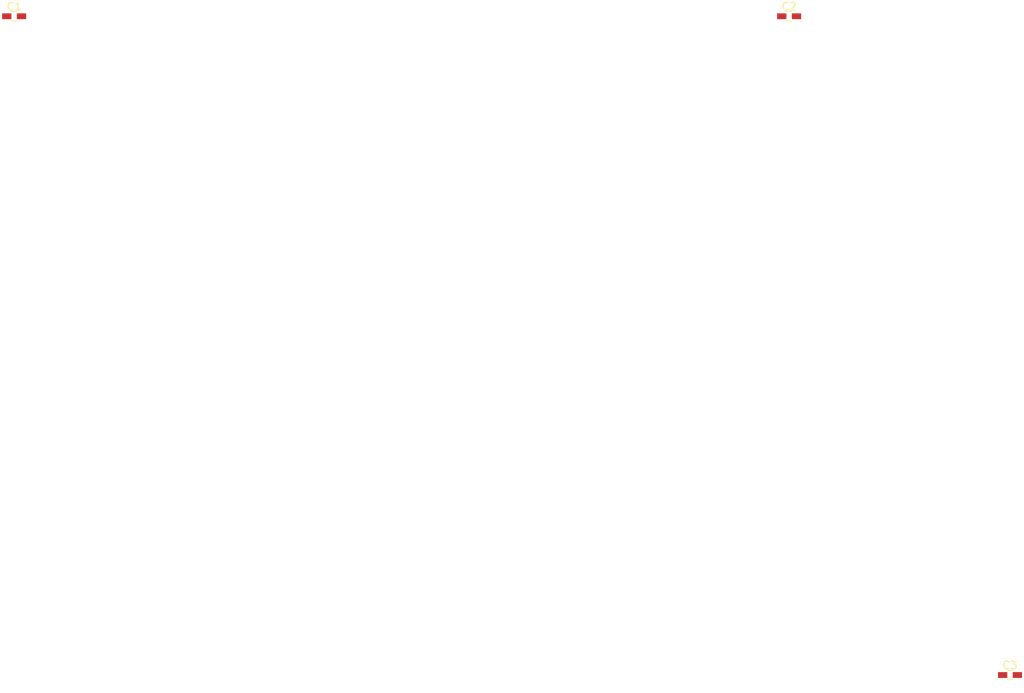
<source format=kicad_pcb>
(kicad_pcb (version 4) (host pcbnew 4.0.7-e2-6376~58~ubuntu16.04.1)

  (general
    (links 0)
    (no_connects 1)
    (area 0 0 0 0)
    (thickness 1.6)
    (drawings 0)
    (tracks 0)
    (zones 0)
    (modules 3)
    (nets 5)
  )

  (page A4)
  (layers
    (0 F.Cu signal)
    (31 B.Cu signal)
    (32 B.Adhes user)
    (33 F.Adhes user)
    (34 B.Paste user)
    (35 F.Paste user)
    (36 B.SilkS user)
    (37 F.SilkS user)
    (38 B.Mask user)
    (39 F.Mask user)
    (40 Dwgs.User user)
    (41 Cmts.User user)
    (42 Eco1.User user)
    (43 Eco2.User user)
    (44 Edge.Cuts user)
    (45 Margin user)
    (46 B.CrtYd user)
    (47 F.CrtYd user)
    (48 B.Fab user)
    (49 F.Fab user)
  )

  (setup
    (last_trace_width 0.25)
    (trace_clearance 0.2)
    (zone_clearance 0.508)
    (zone_45_only no)
    (trace_min 0.2)
    (segment_width 0.2)
    (edge_width 0.15)
    (via_size 0.6)
    (via_drill 0.4)
    (via_min_size 0.4)
    (via_min_drill 0.3)
    (uvia_size 0.3)
    (uvia_drill 0.1)
    (uvias_allowed no)
    (uvia_min_size 0.2)
    (uvia_min_drill 0.1)
    (pcb_text_width 0.3)
    (pcb_text_size 1.5 1.5)
    (mod_edge_width 0.15)
    (mod_text_size 1 1)
    (mod_text_width 0.15)
    (pad_size 1.524 1.524)
    (pad_drill 0.762)
    (pad_to_mask_clearance 0.2)
    (aux_axis_origin 0 0)
    (visible_elements FFFFFF7F)
    (pcbplotparams
      (layerselection 0x00030_80000001)
      (usegerberextensions false)
      (excludeedgelayer true)
      (linewidth 0.100000)
      (plotframeref false)
      (viasonmask false)
      (mode 1)
      (useauxorigin false)
      (hpglpennumber 1)
      (hpglpenspeed 20)
      (hpglpendiameter 15)
      (hpglpenoverlay 2)
      (psnegative false)
      (psa4output false)
      (plotreference true)
      (plotvalue true)
      (plotinvisibletext false)
      (padsonsilk false)
      (subtractmaskfromsilk false)
      (outputformat 1)
      (mirror false)
      (drillshape 1)
      (scaleselection 1)
      (outputdirectory ""))
  )

  (net 0 "")
  (net 1 "Net-(C1-Pad1)")
  (net 2 "Net-(C2-Pad1)")
  (net 3 "Net-(C3-Pad1)")
  (net 4 "Net-(C3-Pad2)")

  (net_class Default "This is the default net class."
    (clearance 0.2)
    (trace_width 0.25)
    (via_dia 0.6)
    (via_drill 0.4)
    (uvia_dia 0.3)
    (uvia_drill 0.1)
  )

  (module Capacitors_SMD:C_0603_HandSoldering (layer F.Cu) (tedit 58AA848B) (tstamp 5A59358A)
    (at 20 20)
    (descr "Capacitor SMD 0603, hand soldering")
    (tags "capacitor 0603")
    (path /5A5930A2)
    (attr smd)
    (fp_text reference C1 (at 0 -1.25) (layer F.SilkS)
      (effects (font (size 1 1) (thickness 0.15)))
    )
    (fp_text value C (at 0 1.5) (layer F.Fab)
      (effects (font (size 1 1) (thickness 0.15)))
    )
    (fp_text user %R (at 0 -1.25) (layer F.Fab)
      (effects (font (size 1 1) (thickness 0.15)))
    )
    (fp_line (start -0.8 0.4) (end -0.8 -0.4) (layer F.Fab) (width 0.1))
    (fp_line (start 0.8 0.4) (end -0.8 0.4) (layer F.Fab) (width 0.1))
    (fp_line (start 0.8 -0.4) (end 0.8 0.4) (layer F.Fab) (width 0.1))
    (fp_line (start -0.8 -0.4) (end 0.8 -0.4) (layer F.Fab) (width 0.1))
    (fp_line (start -0.35 -0.6) (end 0.35 -0.6) (layer F.SilkS) (width 0.12))
    (fp_line (start 0.35 0.6) (end -0.35 0.6) (layer F.SilkS) (width 0.12))
    (fp_line (start -1.8 -0.65) (end 1.8 -0.65) (layer F.CrtYd) (width 0.05))
    (fp_line (start -1.8 -0.65) (end -1.8 0.65) (layer F.CrtYd) (width 0.05))
    (fp_line (start 1.8 0.65) (end 1.8 -0.65) (layer F.CrtYd) (width 0.05))
    (fp_line (start 1.8 0.65) (end -1.8 0.65) (layer F.CrtYd) (width 0.05))
    (pad 1 smd rect (at -0.95 0) (size 1.2 0.75) (layers F.Cu F.Paste F.Mask)
      (net 1 "Net-(C1-Pad1)"))
    (pad 2 smd rect (at 0.95 0) (size 1.2 0.75) (layers F.Cu F.Paste F.Mask)
      (net 1 "Net-(C1-Pad1)"))
    (model Capacitors_SMD.3dshapes/C_0603.wrl
      (at (xyz 0 0 0))
      (scale (xyz 1 1 1))
      (rotate (xyz 0 0 0))
    )
  )

  (module Capacitors_SMD:C_0603_HandSoldering (layer F.Cu) (tedit 58AA848B) (tstamp 5A593590)
    (at 120 20)
    (descr "Capacitor SMD 0603, hand soldering")
    (tags "capacitor 0603")
    (path /5A5930F6)
    (attr smd)
    (fp_text reference C2 (at 0 -1.25) (layer F.SilkS)
      (effects (font (size 1 1) (thickness 0.15)))
    )
    (fp_text value C (at 0 1.5) (layer F.Fab)
      (effects (font (size 1 1) (thickness 0.15)))
    )
    (fp_text user %R (at 0 -1.25) (layer F.Fab)
      (effects (font (size 1 1) (thickness 0.15)))
    )
    (fp_line (start -0.8 0.4) (end -0.8 -0.4) (layer F.Fab) (width 0.1))
    (fp_line (start 0.8 0.4) (end -0.8 0.4) (layer F.Fab) (width 0.1))
    (fp_line (start 0.8 -0.4) (end 0.8 0.4) (layer F.Fab) (width 0.1))
    (fp_line (start -0.8 -0.4) (end 0.8 -0.4) (layer F.Fab) (width 0.1))
    (fp_line (start -0.35 -0.6) (end 0.35 -0.6) (layer F.SilkS) (width 0.12))
    (fp_line (start 0.35 0.6) (end -0.35 0.6) (layer F.SilkS) (width 0.12))
    (fp_line (start -1.8 -0.65) (end 1.8 -0.65) (layer F.CrtYd) (width 0.05))
    (fp_line (start -1.8 -0.65) (end -1.8 0.65) (layer F.CrtYd) (width 0.05))
    (fp_line (start 1.8 0.65) (end 1.8 -0.65) (layer F.CrtYd) (width 0.05))
    (fp_line (start 1.8 0.65) (end -1.8 0.65) (layer F.CrtYd) (width 0.05))
    (pad 1 smd rect (at -0.95 0) (size 1.2 0.75) (layers F.Cu F.Paste F.Mask)
      (net 2 "Net-(C2-Pad1)"))
    (pad 2 smd rect (at 0.95 0) (size 1.2 0.75) (layers F.Cu F.Paste F.Mask)
      (net 1 "Net-(C1-Pad1)"))
    (model Capacitors_SMD.3dshapes/C_0603.wrl
      (at (xyz 0 0 0))
      (scale (xyz 1 1 1))
      (rotate (xyz 0 0 0))
    )
  )

  (module Capacitors_SMD:C_0603_HandSoldering (layer F.Cu) (tedit 58AA848B) (tstamp 5A593596)
    (at 148.5011 105.0036)
    (descr "Capacitor SMD 0603, hand soldering")
    (tags "capacitor 0603")
    (path /5A59314A)
    (attr smd)
    (fp_text reference C3 (at 0 -1.25) (layer F.SilkS)
      (effects (font (size 1 1) (thickness 0.15)))
    )
    (fp_text value C (at 0 1.5) (layer F.Fab)
      (effects (font (size 1 1) (thickness 0.15)))
    )
    (fp_text user %R (at 0 -1.25) (layer F.Fab)
      (effects (font (size 1 1) (thickness 0.15)))
    )
    (fp_line (start -0.8 0.4) (end -0.8 -0.4) (layer F.Fab) (width 0.1))
    (fp_line (start 0.8 0.4) (end -0.8 0.4) (layer F.Fab) (width 0.1))
    (fp_line (start 0.8 -0.4) (end 0.8 0.4) (layer F.Fab) (width 0.1))
    (fp_line (start -0.8 -0.4) (end 0.8 -0.4) (layer F.Fab) (width 0.1))
    (fp_line (start -0.35 -0.6) (end 0.35 -0.6) (layer F.SilkS) (width 0.12))
    (fp_line (start 0.35 0.6) (end -0.35 0.6) (layer F.SilkS) (width 0.12))
    (fp_line (start -1.8 -0.65) (end 1.8 -0.65) (layer F.CrtYd) (width 0.05))
    (fp_line (start -1.8 -0.65) (end -1.8 0.65) (layer F.CrtYd) (width 0.05))
    (fp_line (start 1.8 0.65) (end 1.8 -0.65) (layer F.CrtYd) (width 0.05))
    (fp_line (start 1.8 0.65) (end -1.8 0.65) (layer F.CrtYd) (width 0.05))
    (pad 1 smd rect (at -0.95 0) (size 1.2 0.75) (layers F.Cu F.Paste F.Mask)
      (net 3 "Net-(C3-Pad1)"))
    (pad 2 smd rect (at 0.95 0) (size 1.2 0.75) (layers F.Cu F.Paste F.Mask)
      (net 4 "Net-(C3-Pad2)"))
    (model Capacitors_SMD.3dshapes/C_0603.wrl
      (at (xyz 0 0 0))
      (scale (xyz 1 1 1))
      (rotate (xyz 0 0 0))
    )
  )

)

</source>
